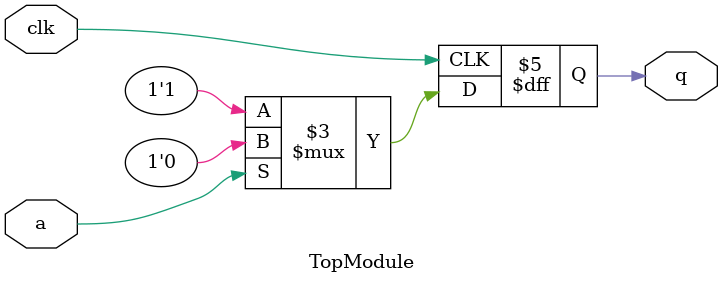
<source format=sv>

module TopModule (
  input clk,
  input a,
  output reg q
);
always @(posedge clk) begin
    if (a) begin
        q <= 1'b0;
    end else begin
        q <= 1'b1;
    end
end
endmodule

</source>
